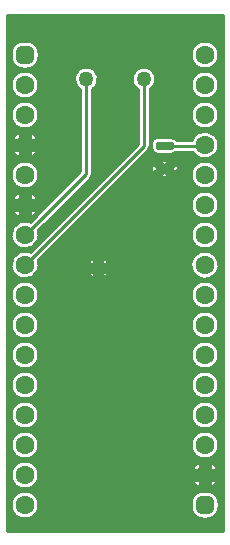
<source format=gbr>
G04 Generated by Ultiboard 14.1 *
%FSLAX24Y24*%
%MOIN*%

%ADD10C,0.0001*%
%ADD11C,0.0100*%
%ADD12C,0.0450*%
%ADD13C,0.0633*%
%ADD14R,0.0208X0.0208*%
%ADD15C,0.0392*%
%ADD16C,0.0500*%
%ADD17R,0.0417X0.0108*%
%ADD18C,0.0167*%


G04 ColorRGB 0000FF for the following layer *
%LNCopper Bottom*%
%LPD*%
G54D10*
G36*
X7349Y17349D02*
X7349Y17349D01*
X151Y17349D01*
X151Y151D01*
X7349Y151D01*
X7349Y17349D01*
D02*
G37*
%LPC*%
G36*
X1190Y9156D02*
G75*
D01*
G02X906Y9440I-440J-156*
G01*
X906Y9440D01*
X4516Y13050D01*
X4516Y14854D01*
G75*
D01*
G02X4918Y14854I201J346*
G01*
X4918Y14854D01*
X4918Y12967D01*
G75*
D01*
G02X4859Y12825I-201J0*
G01*
X4859Y12825D01*
X4859Y12825D01*
X1190Y9156D01*
D02*
G37*
G36*
X7109Y9298D02*
G75*
D01*
G02X7109Y9298I-359J-298*
G01*
D02*
G37*
G36*
X2599Y14854D02*
G75*
D01*
G02X3001Y14854I201J346*
G01*
X3001Y14854D01*
X3001Y12050D01*
G75*
D01*
G02X2942Y11908I-201J0*
G01*
X2942Y11908D01*
X1190Y10156D01*
G75*
D01*
G02X906Y10440I-440J-156*
G01*
X906Y10440D01*
X2599Y12133D01*
X2599Y14854D01*
D02*
G37*
G36*
X6283Y10000D02*
G75*
D01*
G02X6283Y10000I467J0*
G01*
D02*
G37*
G36*
X575Y11000D02*
G75*
D01*
G02X575Y11000I175J0*
G01*
D02*
G37*
G36*
X585Y10564D02*
G74*
D01*
G02X314Y10835I165J436*
G01*
X314Y10835D01*
X585Y10835D01*
X585Y10564D01*
D02*
G37*
G36*
X1186Y10835D02*
G74*
D01*
G02X915Y10564I436J165*
G01*
X915Y10564D01*
X915Y10835D01*
X1186Y10835D01*
D02*
G37*
G36*
X6283Y11000D02*
G75*
D01*
G02X6283Y11000I467J0*
G01*
D02*
G37*
G36*
X283Y12000D02*
G75*
D01*
G02X283Y12000I467J0*
G01*
D02*
G37*
G36*
X314Y11165D02*
G74*
D01*
G02X585Y11436I436J165*
G01*
X585Y11436D01*
X585Y11165D01*
X314Y11165D01*
D02*
G37*
G36*
X915Y11436D02*
G74*
D01*
G02X1186Y11165I165J436*
G01*
X1186Y11165D01*
X915Y11165D01*
X915Y11436D01*
D02*
G37*
G36*
X6283Y12000D02*
G75*
D01*
G02X6283Y12000I467J0*
G01*
D02*
G37*
G36*
X585Y12564D02*
G74*
D01*
G02X314Y12835I165J436*
G01*
X314Y12835D01*
X585Y12835D01*
X585Y12564D01*
D02*
G37*
G36*
X1186Y12835D02*
G74*
D01*
G02X915Y12564I436J165*
G01*
X915Y12564D01*
X915Y12835D01*
X1186Y12835D01*
D02*
G37*
G36*
X5150Y11940D02*
X5150Y11940D01*
X5400Y12103D01*
X5650Y11940D01*
G74*
D01*
G02X5608Y11936I42J231*
G01*
X5608Y11936D01*
X5192Y11936D01*
G75*
D01*
G02X5150Y11940I0J235*
G01*
D02*
G37*
G36*
X5650Y12510D02*
X5650Y12510D01*
X5400Y12347D01*
X5150Y12510D01*
G75*
D01*
G02X5192Y12514I42J-231*
G01*
X5192Y12514D01*
X5608Y12514D01*
G74*
D01*
G02X5650Y12510I0J235*
G01*
D02*
G37*
G36*
X4979Y12377D02*
X4979Y12377D01*
X5213Y12225D01*
X4979Y12073D01*
G75*
D01*
G02X4957Y12171I213J98*
G01*
X4957Y12171D01*
X4957Y12279D01*
G74*
D01*
G02X4979Y12377I235J0*
G01*
D02*
G37*
G36*
X5791Y13176D02*
X5791Y13176D01*
X6318Y13176D01*
G75*
D01*
G02X6342Y12774I432J-176*
G01*
X6342Y12774D01*
X5791Y12774D01*
G74*
D01*
G02X5608Y12686I183J147*
G01*
X5608Y12686D01*
X5192Y12686D01*
G75*
D01*
G02X4957Y12921I0J235*
G01*
X4957Y12921D01*
X4957Y13029D01*
G75*
D01*
G02X5192Y13264I235J0*
G01*
X5192Y13264D01*
X5608Y13264D01*
G74*
D01*
G02X5791Y13176I0J235*
G01*
D02*
G37*
G36*
X5821Y12377D02*
G74*
D01*
G02X5843Y12279I213J98*
G01*
X5843Y12279D01*
X5843Y12171D01*
G75*
D01*
G02X5821Y12073I-235J0*
G01*
X5821Y12073D01*
X5587Y12225D01*
X5821Y12377D01*
D02*
G37*
G36*
X314Y13165D02*
G74*
D01*
G02X585Y13436I436J165*
G01*
X585Y13436D01*
X585Y13165D01*
X314Y13165D01*
D02*
G37*
G36*
X575Y13000D02*
G75*
D01*
G02X575Y13000I175J0*
G01*
D02*
G37*
G36*
X915Y13436D02*
G74*
D01*
G02X1186Y13165I165J436*
G01*
X1186Y13165D01*
X915Y13165D01*
X915Y13436D01*
D02*
G37*
G36*
X283Y14000D02*
G75*
D01*
G02X283Y14000I467J0*
G01*
D02*
G37*
G36*
X6283Y14000D02*
G75*
D01*
G02X6283Y14000I467J0*
G01*
D02*
G37*
G36*
X283Y15000D02*
G75*
D01*
G02X283Y15000I467J0*
G01*
D02*
G37*
G36*
X6283Y15000D02*
G75*
D01*
G02X6283Y15000I467J0*
G01*
D02*
G37*
G36*
X854Y16452D02*
G74*
D01*
G02X1202Y16104I0J348*
G01*
X1202Y16104D01*
X1202Y15896D01*
G75*
D01*
G02X854Y15548I-348J0*
G01*
X854Y15548D01*
X646Y15548D01*
G75*
D01*
G02X298Y15896I0J348*
G01*
X298Y15896D01*
X298Y16104D01*
G75*
D01*
G02X646Y16452I348J0*
G01*
X646Y16452D01*
X854Y16452D01*
D02*
G37*
G36*
X6283Y16000D02*
G75*
D01*
G02X6283Y16000I467J0*
G01*
D02*
G37*
G36*
X3333Y9251D02*
G74*
D01*
G02X3551Y9033I133J351*
G01*
X3551Y9033D01*
X3333Y9033D01*
X3333Y9251D01*
D02*
G37*
G36*
X283Y1000D02*
G75*
D01*
G02X283Y1000I467J0*
G01*
D02*
G37*
G36*
X6646Y548D02*
G75*
D01*
G02X6298Y896I0J348*
G01*
X6298Y896D01*
X6298Y1104D01*
G75*
D01*
G02X6646Y1452I348J0*
G01*
X6646Y1452D01*
X6854Y1452D01*
G74*
D01*
G02X7202Y1104I0J348*
G01*
X7202Y1104D01*
X7202Y896D01*
G75*
D01*
G02X6854Y548I-348J0*
G01*
X6854Y548D01*
X6646Y548D01*
D02*
G37*
G36*
X283Y2000D02*
G75*
D01*
G02X283Y2000I467J0*
G01*
D02*
G37*
G36*
X7186Y1835D02*
G74*
D01*
G02X6915Y1564I436J165*
G01*
X6915Y1564D01*
X6915Y1835D01*
X7186Y1835D01*
D02*
G37*
G36*
X6585Y1564D02*
G74*
D01*
G02X6314Y1835I165J436*
G01*
X6314Y1835D01*
X6585Y1835D01*
X6585Y1564D01*
D02*
G37*
G36*
X6314Y2165D02*
G74*
D01*
G02X6585Y2436I436J165*
G01*
X6585Y2436D01*
X6585Y2165D01*
X6314Y2165D01*
D02*
G37*
G36*
X6915Y2436D02*
G74*
D01*
G02X7186Y2165I165J436*
G01*
X7186Y2165D01*
X6915Y2165D01*
X6915Y2436D01*
D02*
G37*
G36*
X6575Y2000D02*
G75*
D01*
G02X6575Y2000I175J0*
G01*
D02*
G37*
G36*
X283Y3000D02*
G75*
D01*
G02X283Y3000I467J0*
G01*
D02*
G37*
G36*
X6283Y3000D02*
G75*
D01*
G02X6283Y3000I467J0*
G01*
D02*
G37*
G36*
X283Y4000D02*
G75*
D01*
G02X283Y4000I467J0*
G01*
D02*
G37*
G36*
X6283Y4000D02*
G75*
D01*
G02X6283Y4000I467J0*
G01*
D02*
G37*
G36*
X283Y5000D02*
G75*
D01*
G02X283Y5000I467J0*
G01*
D02*
G37*
G36*
X6283Y5000D02*
G75*
D01*
G02X6283Y5000I467J0*
G01*
D02*
G37*
G36*
X283Y6000D02*
G75*
D01*
G02X283Y6000I467J0*
G01*
D02*
G37*
G36*
X6283Y6000D02*
G75*
D01*
G02X6283Y6000I467J0*
G01*
D02*
G37*
G36*
X283Y7000D02*
G75*
D01*
G02X283Y7000I467J0*
G01*
D02*
G37*
G36*
X6283Y7000D02*
G75*
D01*
G02X6283Y7000I467J0*
G01*
D02*
G37*
G36*
X283Y8000D02*
G75*
D01*
G02X283Y8000I467J0*
G01*
D02*
G37*
G36*
X6283Y8000D02*
G75*
D01*
G02X6283Y8000I467J0*
G01*
D02*
G37*
G36*
X3067Y8549D02*
G74*
D01*
G02X2849Y8767I133J351*
G01*
X2849Y8767D01*
X3067Y8767D01*
X3067Y8549D01*
D02*
G37*
G36*
X3551Y8767D02*
G74*
D01*
G02X3333Y8549I351J133*
G01*
X3333Y8549D01*
X3333Y8767D01*
X3551Y8767D01*
D02*
G37*
G36*
X3075Y8900D02*
G75*
D01*
G02X3075Y8900I125J0*
G01*
D02*
G37*
G36*
X2849Y9033D02*
G74*
D01*
G02X3067Y9251I351J133*
G01*
X3067Y9251D01*
X3067Y9033D01*
X2849Y9033D01*
D02*
G37*
%LPD*%
G54D11*
X1190Y9156D02*
G75*
D01*
G02X906Y9440I-440J-156*
G01*
X4516Y13050D01*
X4516Y14854D01*
G75*
D01*
G02X4918Y14854I201J346*
G01*
X4918Y12967D01*
G75*
D01*
G02X4859Y12825I-201J0*
G01*
X4859Y12825D01*
X1190Y9156D01*
X7109Y9298D02*
G75*
D01*
G02X7109Y9298I-359J-298*
G01*
X2599Y14854D02*
G75*
D01*
G02X3001Y14854I201J346*
G01*
X3001Y12050D01*
G75*
D01*
G02X2942Y11908I-201J0*
G01*
X1190Y10156D01*
G75*
D01*
G02X906Y10440I-440J-156*
G01*
X2599Y12133D01*
X2599Y14854D01*
X6283Y10000D02*
G75*
D01*
G02X6283Y10000I467J0*
G01*
X575Y11000D02*
G75*
D01*
G02X575Y11000I175J0*
G01*
X585Y10564D02*
G74*
D01*
G02X314Y10835I165J436*
G01*
X585Y10835D01*
X585Y10564D01*
X1186Y10835D02*
G74*
D01*
G02X915Y10564I436J165*
G01*
X915Y10835D01*
X1186Y10835D01*
X6283Y11000D02*
G75*
D01*
G02X6283Y11000I467J0*
G01*
X283Y12000D02*
G75*
D01*
G02X283Y12000I467J0*
G01*
X314Y11165D02*
G74*
D01*
G02X585Y11436I436J165*
G01*
X585Y11165D01*
X314Y11165D01*
X915Y11436D02*
G74*
D01*
G02X1186Y11165I165J436*
G01*
X915Y11165D01*
X915Y11436D01*
X6283Y12000D02*
G75*
D01*
G02X6283Y12000I467J0*
G01*
X585Y12564D02*
G74*
D01*
G02X314Y12835I165J436*
G01*
X585Y12835D01*
X585Y12564D01*
X1186Y12835D02*
G74*
D01*
G02X915Y12564I436J165*
G01*
X915Y12835D01*
X1186Y12835D01*
X5150Y11940D02*
X5400Y12103D01*
X5650Y11940D01*
G74*
D01*
G02X5608Y11936I42J231*
G01*
X5192Y11936D01*
G75*
D01*
G02X5150Y11940I0J235*
G01*
X5650Y12510D02*
X5400Y12347D01*
X5150Y12510D01*
G75*
D01*
G02X5192Y12514I42J-231*
G01*
X5608Y12514D01*
G74*
D01*
G02X5650Y12510I0J235*
G01*
X4979Y12377D02*
X5213Y12225D01*
X4979Y12073D01*
G75*
D01*
G02X4957Y12171I213J98*
G01*
X4957Y12279D01*
G74*
D01*
G02X4979Y12377I235J0*
G01*
X5791Y13176D02*
X6318Y13176D01*
G75*
D01*
G02X6342Y12774I432J-176*
G01*
X5791Y12774D01*
G74*
D01*
G02X5608Y12686I183J147*
G01*
X5192Y12686D01*
G75*
D01*
G02X4957Y12921I0J235*
G01*
X4957Y13029D01*
G75*
D01*
G02X5192Y13264I235J0*
G01*
X5608Y13264D01*
G74*
D01*
G02X5791Y13176I0J235*
G01*
X5821Y12377D02*
G74*
D01*
G02X5843Y12279I213J98*
G01*
X5843Y12171D01*
G75*
D01*
G02X5821Y12073I-235J0*
G01*
X5587Y12225D01*
X5821Y12377D01*
X314Y13165D02*
G74*
D01*
G02X585Y13436I436J165*
G01*
X585Y13165D01*
X314Y13165D01*
X575Y13000D02*
G75*
D01*
G02X575Y13000I175J0*
G01*
X915Y13436D02*
G74*
D01*
G02X1186Y13165I165J436*
G01*
X915Y13165D01*
X915Y13436D01*
X283Y14000D02*
G75*
D01*
G02X283Y14000I467J0*
G01*
X6283Y14000D02*
G75*
D01*
G02X6283Y14000I467J0*
G01*
X283Y15000D02*
G75*
D01*
G02X283Y15000I467J0*
G01*
X6283Y15000D02*
G75*
D01*
G02X6283Y15000I467J0*
G01*
X854Y16452D02*
G74*
D01*
G02X1202Y16104I0J348*
G01*
X1202Y15896D01*
G75*
D01*
G02X854Y15548I-348J0*
G01*
X646Y15548D01*
G75*
D01*
G02X298Y15896I0J348*
G01*
X298Y16104D01*
G75*
D01*
G02X646Y16452I348J0*
G01*
X854Y16452D01*
X6283Y16000D02*
G75*
D01*
G02X6283Y16000I467J0*
G01*
X3333Y9251D02*
G74*
D01*
G02X3551Y9033I133J351*
G01*
X3333Y9033D01*
X3333Y9251D01*
X283Y1000D02*
G75*
D01*
G02X283Y1000I467J0*
G01*
X6646Y548D02*
G75*
D01*
G02X6298Y896I0J348*
G01*
X6298Y1104D01*
G75*
D01*
G02X6646Y1452I348J0*
G01*
X6854Y1452D01*
G74*
D01*
G02X7202Y1104I0J348*
G01*
X7202Y896D01*
G75*
D01*
G02X6854Y548I-348J0*
G01*
X6646Y548D01*
X283Y2000D02*
G75*
D01*
G02X283Y2000I467J0*
G01*
X7186Y1835D02*
G74*
D01*
G02X6915Y1564I436J165*
G01*
X6915Y1835D01*
X7186Y1835D01*
X6585Y1564D02*
G74*
D01*
G02X6314Y1835I165J436*
G01*
X6585Y1835D01*
X6585Y1564D01*
X6314Y2165D02*
G74*
D01*
G02X6585Y2436I436J165*
G01*
X6585Y2165D01*
X6314Y2165D01*
X6915Y2436D02*
G74*
D01*
G02X7186Y2165I165J436*
G01*
X6915Y2165D01*
X6915Y2436D01*
X6575Y2000D02*
G75*
D01*
G02X6575Y2000I175J0*
G01*
X283Y3000D02*
G75*
D01*
G02X283Y3000I467J0*
G01*
X6283Y3000D02*
G75*
D01*
G02X6283Y3000I467J0*
G01*
X283Y4000D02*
G75*
D01*
G02X283Y4000I467J0*
G01*
X6283Y4000D02*
G75*
D01*
G02X6283Y4000I467J0*
G01*
X283Y5000D02*
G75*
D01*
G02X283Y5000I467J0*
G01*
X6283Y5000D02*
G75*
D01*
G02X6283Y5000I467J0*
G01*
X283Y6000D02*
G75*
D01*
G02X283Y6000I467J0*
G01*
X6283Y6000D02*
G75*
D01*
G02X6283Y6000I467J0*
G01*
X283Y7000D02*
G75*
D01*
G02X283Y7000I467J0*
G01*
X6283Y7000D02*
G75*
D01*
G02X6283Y7000I467J0*
G01*
X283Y8000D02*
G75*
D01*
G02X283Y8000I467J0*
G01*
X6283Y8000D02*
G75*
D01*
G02X6283Y8000I467J0*
G01*
X3067Y8549D02*
G74*
D01*
G02X2849Y8767I133J351*
G01*
X3067Y8767D01*
X3067Y8549D01*
X3551Y8767D02*
G74*
D01*
G02X3333Y8549I351J133*
G01*
X3333Y8767D01*
X3551Y8767D01*
X3075Y8900D02*
G75*
D01*
G02X3075Y8900I125J0*
G01*
X2849Y9033D02*
G74*
D01*
G02X3067Y9251I351J133*
G01*
X3067Y9033D01*
X2849Y9033D01*
X7349Y17349D02*
X151Y17349D01*
X151Y151D01*
X7349Y151D01*
X7349Y17349D01*
X4717Y15200D02*
X4717Y12967D01*
X750Y9000D01*
X2800Y15200D02*
X2800Y12050D01*
X750Y10000D01*
X5400Y12975D02*
X6725Y12975D01*
X6750Y13000D01*
G54D12*
X3200Y8900D03*
G54D13*
X6750Y13000D03*
X6750Y5000D03*
X6750Y2000D03*
X6750Y4000D03*
X6750Y3000D03*
X6750Y8000D03*
X6750Y7000D03*
X6750Y6000D03*
X6750Y10000D03*
X6750Y9000D03*
X6750Y11000D03*
X6750Y15000D03*
X6750Y12000D03*
X6750Y14000D03*
X6750Y16000D03*
X750Y12000D03*
X750Y15000D03*
X750Y13000D03*
X750Y14000D03*
X750Y9000D03*
X750Y10000D03*
X750Y11000D03*
X750Y7000D03*
X750Y8000D03*
X750Y6000D03*
X750Y2000D03*
X750Y4000D03*
X750Y5000D03*
X750Y3000D03*
X750Y1000D03*
G54D14*
X6750Y1000D03*
X750Y16000D03*
G54D15*
X6646Y896D02*
X6854Y896D01*
X6854Y1104D01*
X6646Y1104D01*
X6646Y896D01*D02*
X646Y15896D02*
X854Y15896D01*
X854Y16104D01*
X646Y16104D01*
X646Y15896D01*D02*
G54D16*
X2800Y15200D03*
X4717Y15200D03*
G54D17*
X5400Y12225D03*
X5400Y12975D03*
G54D18*
X5192Y12171D02*
X5608Y12171D01*
X5608Y12279D01*
X5192Y12279D01*
X5192Y12171D01*D02*
X5192Y12921D02*
X5608Y12921D01*
X5608Y13029D01*
X5192Y13029D01*
X5192Y12921D01*D02*

M02*

</source>
